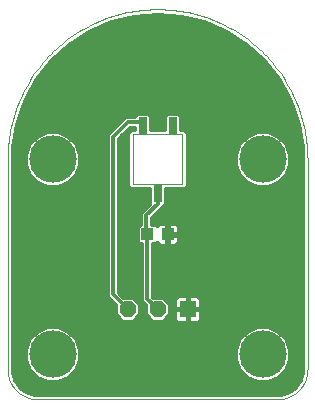
<source format=gtl>
G75*
%MOIN*%
%OFA0B0*%
%FSLAX25Y25*%
%IPPOS*%
%LPD*%
%AMOC8*
5,1,8,0,0,1.08239X$1,22.5*
%
%ADD10R,0.04331X0.03937*%
%ADD11OC8,0.05600*%
%ADD12R,0.05600X0.05600*%
%ADD13C,0.00000*%
%ADD14C,0.15811*%
%ADD15R,0.02756X0.05906*%
%ADD16C,0.01200*%
%ADD17C,0.01600*%
D10*
X0053454Y0079006D03*
X0060146Y0079006D03*
D11*
X0056800Y0054006D03*
X0046800Y0054006D03*
D12*
X0066800Y0054006D03*
D13*
X0096800Y0024006D02*
X0016800Y0024006D01*
X0016558Y0024009D01*
X0016317Y0024018D01*
X0016076Y0024032D01*
X0015835Y0024053D01*
X0015595Y0024079D01*
X0015355Y0024111D01*
X0015116Y0024149D01*
X0014879Y0024192D01*
X0014642Y0024242D01*
X0014407Y0024297D01*
X0014173Y0024357D01*
X0013941Y0024424D01*
X0013710Y0024495D01*
X0013481Y0024573D01*
X0013254Y0024656D01*
X0013029Y0024744D01*
X0012806Y0024838D01*
X0012586Y0024937D01*
X0012368Y0025042D01*
X0012153Y0025151D01*
X0011940Y0025266D01*
X0011730Y0025386D01*
X0011524Y0025511D01*
X0011320Y0025641D01*
X0011119Y0025776D01*
X0010922Y0025916D01*
X0010728Y0026060D01*
X0010538Y0026209D01*
X0010352Y0026363D01*
X0010169Y0026521D01*
X0009990Y0026683D01*
X0009815Y0026850D01*
X0009644Y0027021D01*
X0009477Y0027196D01*
X0009315Y0027375D01*
X0009157Y0027558D01*
X0009003Y0027744D01*
X0008854Y0027934D01*
X0008710Y0028128D01*
X0008570Y0028325D01*
X0008435Y0028526D01*
X0008305Y0028730D01*
X0008180Y0028936D01*
X0008060Y0029146D01*
X0007945Y0029359D01*
X0007836Y0029574D01*
X0007731Y0029792D01*
X0007632Y0030012D01*
X0007538Y0030235D01*
X0007450Y0030460D01*
X0007367Y0030687D01*
X0007289Y0030916D01*
X0007218Y0031147D01*
X0007151Y0031379D01*
X0007091Y0031613D01*
X0007036Y0031848D01*
X0006986Y0032085D01*
X0006943Y0032322D01*
X0006905Y0032561D01*
X0006873Y0032801D01*
X0006847Y0033041D01*
X0006826Y0033282D01*
X0006812Y0033523D01*
X0006803Y0033764D01*
X0006800Y0034006D01*
X0006800Y0104006D01*
X0048532Y0095738D02*
X0048532Y0112274D01*
X0065068Y0112274D01*
X0065068Y0095738D01*
X0048532Y0095738D01*
X0006800Y0104006D02*
X0006815Y0105224D01*
X0006859Y0106440D01*
X0006933Y0107656D01*
X0007037Y0108869D01*
X0007170Y0110079D01*
X0007333Y0111286D01*
X0007525Y0112488D01*
X0007746Y0113686D01*
X0007996Y0114878D01*
X0008275Y0116063D01*
X0008583Y0117241D01*
X0008920Y0118411D01*
X0009285Y0119573D01*
X0009678Y0120725D01*
X0010099Y0121868D01*
X0010548Y0122999D01*
X0011024Y0124120D01*
X0011528Y0125229D01*
X0012058Y0126325D01*
X0012615Y0127408D01*
X0013198Y0128477D01*
X0013806Y0129531D01*
X0014441Y0130571D01*
X0015100Y0131594D01*
X0015784Y0132602D01*
X0016493Y0133592D01*
X0017225Y0134565D01*
X0017981Y0135519D01*
X0018760Y0136455D01*
X0019561Y0137372D01*
X0020385Y0138269D01*
X0021230Y0139145D01*
X0022096Y0140001D01*
X0022983Y0140836D01*
X0023890Y0141648D01*
X0024816Y0142438D01*
X0025762Y0143206D01*
X0026725Y0143950D01*
X0027707Y0144670D01*
X0028706Y0145367D01*
X0029721Y0146039D01*
X0030753Y0146686D01*
X0031800Y0147307D01*
X0032862Y0147903D01*
X0033938Y0148473D01*
X0035027Y0149017D01*
X0036130Y0149533D01*
X0037245Y0150023D01*
X0038371Y0150486D01*
X0039508Y0150921D01*
X0040656Y0151328D01*
X0041813Y0151707D01*
X0042979Y0152058D01*
X0044153Y0152380D01*
X0045335Y0152674D01*
X0046524Y0152939D01*
X0047718Y0153174D01*
X0048918Y0153381D01*
X0050123Y0153558D01*
X0051331Y0153706D01*
X0052543Y0153824D01*
X0053758Y0153913D01*
X0054974Y0153973D01*
X0056191Y0154002D01*
X0057409Y0154002D01*
X0058626Y0153973D01*
X0059842Y0153913D01*
X0061057Y0153824D01*
X0062269Y0153706D01*
X0063477Y0153558D01*
X0064682Y0153381D01*
X0065882Y0153174D01*
X0067076Y0152939D01*
X0068265Y0152674D01*
X0069447Y0152380D01*
X0070621Y0152058D01*
X0071787Y0151707D01*
X0072944Y0151328D01*
X0074092Y0150921D01*
X0075229Y0150486D01*
X0076355Y0150023D01*
X0077470Y0149533D01*
X0078573Y0149017D01*
X0079662Y0148473D01*
X0080738Y0147903D01*
X0081800Y0147307D01*
X0082847Y0146686D01*
X0083879Y0146039D01*
X0084894Y0145367D01*
X0085893Y0144670D01*
X0086875Y0143950D01*
X0087838Y0143206D01*
X0088784Y0142438D01*
X0089710Y0141648D01*
X0090617Y0140836D01*
X0091504Y0140001D01*
X0092370Y0139145D01*
X0093215Y0138269D01*
X0094039Y0137372D01*
X0094840Y0136455D01*
X0095619Y0135519D01*
X0096375Y0134565D01*
X0097107Y0133592D01*
X0097816Y0132602D01*
X0098500Y0131594D01*
X0099159Y0130571D01*
X0099794Y0129531D01*
X0100402Y0128477D01*
X0100985Y0127408D01*
X0101542Y0126325D01*
X0102072Y0125229D01*
X0102576Y0124120D01*
X0103052Y0122999D01*
X0103501Y0121868D01*
X0103922Y0120725D01*
X0104315Y0119573D01*
X0104680Y0118411D01*
X0105017Y0117241D01*
X0105325Y0116063D01*
X0105604Y0114878D01*
X0105854Y0113686D01*
X0106075Y0112488D01*
X0106267Y0111286D01*
X0106430Y0110079D01*
X0106563Y0108869D01*
X0106667Y0107656D01*
X0106741Y0106440D01*
X0106785Y0105224D01*
X0106800Y0104006D01*
X0106800Y0034006D01*
X0106797Y0033764D01*
X0106788Y0033523D01*
X0106774Y0033282D01*
X0106753Y0033041D01*
X0106727Y0032801D01*
X0106695Y0032561D01*
X0106657Y0032322D01*
X0106614Y0032085D01*
X0106564Y0031848D01*
X0106509Y0031613D01*
X0106449Y0031379D01*
X0106382Y0031147D01*
X0106311Y0030916D01*
X0106233Y0030687D01*
X0106150Y0030460D01*
X0106062Y0030235D01*
X0105968Y0030012D01*
X0105869Y0029792D01*
X0105764Y0029574D01*
X0105655Y0029359D01*
X0105540Y0029146D01*
X0105420Y0028936D01*
X0105295Y0028730D01*
X0105165Y0028526D01*
X0105030Y0028325D01*
X0104890Y0028128D01*
X0104746Y0027934D01*
X0104597Y0027744D01*
X0104443Y0027558D01*
X0104285Y0027375D01*
X0104123Y0027196D01*
X0103956Y0027021D01*
X0103785Y0026850D01*
X0103610Y0026683D01*
X0103431Y0026521D01*
X0103248Y0026363D01*
X0103062Y0026209D01*
X0102872Y0026060D01*
X0102678Y0025916D01*
X0102481Y0025776D01*
X0102280Y0025641D01*
X0102076Y0025511D01*
X0101870Y0025386D01*
X0101660Y0025266D01*
X0101447Y0025151D01*
X0101232Y0025042D01*
X0101014Y0024937D01*
X0100794Y0024838D01*
X0100571Y0024744D01*
X0100346Y0024656D01*
X0100119Y0024573D01*
X0099890Y0024495D01*
X0099659Y0024424D01*
X0099427Y0024357D01*
X0099193Y0024297D01*
X0098958Y0024242D01*
X0098721Y0024192D01*
X0098484Y0024149D01*
X0098245Y0024111D01*
X0098005Y0024079D01*
X0097765Y0024053D01*
X0097524Y0024032D01*
X0097283Y0024018D01*
X0097042Y0024009D01*
X0096800Y0024006D01*
D14*
X0091800Y0039006D03*
X0091800Y0104006D03*
X0021800Y0104006D03*
X0021800Y0039006D03*
D15*
X0056800Y0092785D03*
X0051800Y0115226D03*
X0061800Y0115226D03*
D16*
X0051800Y0115226D02*
X0051800Y0116506D01*
X0046800Y0116506D01*
X0041800Y0111506D01*
X0041800Y0059006D01*
X0046800Y0054006D01*
X0053454Y0057352D02*
X0053454Y0079006D01*
X0053050Y0080256D01*
X0053050Y0085256D01*
X0056800Y0089006D01*
X0056800Y0092785D01*
X0053454Y0057352D02*
X0056800Y0054006D01*
D17*
X0059914Y0051181D02*
X0062200Y0051181D01*
X0062200Y0050969D02*
X0062323Y0050511D01*
X0062560Y0050101D01*
X0062895Y0049766D01*
X0063305Y0049529D01*
X0063763Y0049406D01*
X0066800Y0049406D01*
X0069837Y0049406D01*
X0070295Y0049529D01*
X0070705Y0049766D01*
X0071040Y0050101D01*
X0071277Y0050511D01*
X0071400Y0050969D01*
X0071400Y0054006D01*
X0071400Y0057043D01*
X0071277Y0057501D01*
X0071040Y0057911D01*
X0070705Y0058246D01*
X0070295Y0058483D01*
X0069837Y0058606D01*
X0066800Y0058606D01*
X0066800Y0054006D01*
X0066800Y0054006D01*
X0066800Y0058606D01*
X0063763Y0058606D01*
X0063305Y0058483D01*
X0062895Y0058246D01*
X0062560Y0057911D01*
X0062323Y0057501D01*
X0062200Y0057043D01*
X0062200Y0054006D01*
X0066800Y0054006D01*
X0071400Y0054006D01*
X0066800Y0054006D01*
X0066800Y0054006D01*
X0066800Y0054006D01*
X0062200Y0054006D01*
X0062200Y0050969D01*
X0063213Y0049582D02*
X0008600Y0049582D01*
X0008600Y0047984D02*
X0019158Y0047984D01*
X0019949Y0048311D02*
X0016529Y0046895D01*
X0013911Y0044277D01*
X0012494Y0040857D01*
X0012494Y0037155D01*
X0013911Y0033735D01*
X0016529Y0031117D01*
X0019949Y0029700D01*
X0023651Y0029700D01*
X0027071Y0031117D01*
X0029689Y0033735D01*
X0031105Y0037155D01*
X0031105Y0040857D01*
X0029689Y0044277D01*
X0027071Y0046895D01*
X0023651Y0048311D01*
X0019949Y0048311D01*
X0016019Y0046385D02*
X0008600Y0046385D01*
X0008600Y0044787D02*
X0014421Y0044787D01*
X0013460Y0043188D02*
X0008600Y0043188D01*
X0008600Y0041590D02*
X0012798Y0041590D01*
X0012494Y0039991D02*
X0008600Y0039991D01*
X0008600Y0038393D02*
X0012494Y0038393D01*
X0012644Y0036794D02*
X0008600Y0036794D01*
X0008600Y0035195D02*
X0013306Y0035195D01*
X0014049Y0033597D02*
X0008632Y0033597D01*
X0008600Y0034006D02*
X0008701Y0032723D01*
X0009494Y0030283D01*
X0011002Y0028208D01*
X0013077Y0026700D01*
X0015517Y0025907D01*
X0016800Y0025806D01*
X0096800Y0025806D01*
X0098083Y0025907D01*
X0100523Y0026700D01*
X0102598Y0028208D01*
X0104106Y0030283D01*
X0104899Y0032723D01*
X0105000Y0034006D01*
X0105000Y0104006D01*
X0104835Y0107986D01*
X0103525Y0115838D01*
X0100940Y0123368D01*
X0097151Y0130369D01*
X0092262Y0136651D01*
X0086405Y0142042D01*
X0079741Y0146397D01*
X0072451Y0149594D01*
X0064733Y0151549D01*
X0056800Y0152206D01*
X0048867Y0151549D01*
X0041149Y0149594D01*
X0033859Y0146397D01*
X0027195Y0142042D01*
X0021338Y0136651D01*
X0016449Y0130369D01*
X0012660Y0123368D01*
X0010075Y0115838D01*
X0008765Y0107986D01*
X0008600Y0104006D01*
X0008600Y0034006D01*
X0008936Y0031998D02*
X0015647Y0031998D01*
X0018260Y0030400D02*
X0009456Y0030400D01*
X0010570Y0028801D02*
X0103030Y0028801D01*
X0104144Y0030400D02*
X0095340Y0030400D01*
X0093651Y0029700D02*
X0097071Y0031117D01*
X0099689Y0033735D01*
X0101105Y0037155D01*
X0101105Y0040857D01*
X0099689Y0044277D01*
X0097071Y0046895D01*
X0093651Y0048311D01*
X0089949Y0048311D01*
X0086529Y0046895D01*
X0083911Y0044277D01*
X0082494Y0040857D01*
X0082494Y0037155D01*
X0083911Y0033735D01*
X0086529Y0031117D01*
X0089949Y0029700D01*
X0093651Y0029700D01*
X0097953Y0031998D02*
X0104664Y0031998D01*
X0104968Y0033597D02*
X0099551Y0033597D01*
X0100294Y0035195D02*
X0105000Y0035195D01*
X0105000Y0036794D02*
X0100956Y0036794D01*
X0101105Y0038393D02*
X0105000Y0038393D01*
X0105000Y0039991D02*
X0101105Y0039991D01*
X0100802Y0041590D02*
X0105000Y0041590D01*
X0105000Y0043188D02*
X0100140Y0043188D01*
X0099179Y0044787D02*
X0105000Y0044787D01*
X0105000Y0046385D02*
X0097581Y0046385D01*
X0094442Y0047984D02*
X0105000Y0047984D01*
X0105000Y0049582D02*
X0070387Y0049582D01*
X0071400Y0051181D02*
X0105000Y0051181D01*
X0105000Y0052779D02*
X0071400Y0052779D01*
X0071400Y0054378D02*
X0105000Y0054378D01*
X0105000Y0055976D02*
X0071400Y0055976D01*
X0071235Y0057575D02*
X0105000Y0057575D01*
X0105000Y0059173D02*
X0055454Y0059173D01*
X0055454Y0058206D02*
X0055454Y0075637D01*
X0056199Y0075637D01*
X0056523Y0075962D01*
X0056541Y0075932D01*
X0056876Y0075597D01*
X0057286Y0075360D01*
X0057744Y0075237D01*
X0059962Y0075237D01*
X0059962Y0078822D01*
X0060331Y0078822D01*
X0060331Y0079190D01*
X0064112Y0079190D01*
X0064112Y0081211D01*
X0063989Y0081669D01*
X0063752Y0082080D01*
X0063417Y0082415D01*
X0063007Y0082652D01*
X0062549Y0082774D01*
X0060331Y0082774D01*
X0060331Y0079190D01*
X0059962Y0079190D01*
X0059962Y0082774D01*
X0057744Y0082774D01*
X0057286Y0082652D01*
X0056876Y0082415D01*
X0056541Y0082080D01*
X0056523Y0082050D01*
X0056199Y0082374D01*
X0055050Y0082374D01*
X0055050Y0084427D01*
X0057628Y0087006D01*
X0057628Y0087006D01*
X0058800Y0088177D01*
X0058800Y0088475D01*
X0059578Y0089253D01*
X0059578Y0093938D01*
X0065813Y0093938D01*
X0066868Y0094993D01*
X0066868Y0113019D01*
X0065813Y0114074D01*
X0064578Y0114074D01*
X0064578Y0118759D01*
X0063758Y0119579D01*
X0059842Y0119579D01*
X0059022Y0118759D01*
X0059022Y0114074D01*
X0054578Y0114074D01*
X0054578Y0118759D01*
X0053758Y0119579D01*
X0049842Y0119579D01*
X0049022Y0118759D01*
X0049022Y0118506D01*
X0045972Y0118506D01*
X0040972Y0113506D01*
X0039800Y0112334D01*
X0039800Y0058177D01*
X0042600Y0055377D01*
X0042600Y0052266D01*
X0045060Y0049806D01*
X0048540Y0049806D01*
X0051000Y0052266D01*
X0051000Y0055746D01*
X0048540Y0058206D01*
X0045428Y0058206D01*
X0043800Y0059834D01*
X0043800Y0110677D01*
X0047628Y0114506D01*
X0049022Y0114506D01*
X0049022Y0114074D01*
X0047787Y0114074D01*
X0046732Y0113019D01*
X0046732Y0094993D01*
X0047787Y0093938D01*
X0054022Y0093938D01*
X0054022Y0089253D01*
X0054120Y0089155D01*
X0052222Y0087256D01*
X0052222Y0087256D01*
X0051050Y0086084D01*
X0051050Y0082374D01*
X0050708Y0082374D01*
X0049888Y0081554D01*
X0049888Y0076457D01*
X0050708Y0075637D01*
X0051454Y0075637D01*
X0051454Y0056524D01*
X0052600Y0055377D01*
X0052600Y0052266D01*
X0055060Y0049806D01*
X0058540Y0049806D01*
X0061000Y0052266D01*
X0061000Y0055746D01*
X0058540Y0058206D01*
X0055454Y0058206D01*
X0055454Y0060772D02*
X0105000Y0060772D01*
X0105000Y0062370D02*
X0055454Y0062370D01*
X0055454Y0063969D02*
X0105000Y0063969D01*
X0105000Y0065567D02*
X0055454Y0065567D01*
X0055454Y0067166D02*
X0105000Y0067166D01*
X0105000Y0068764D02*
X0055454Y0068764D01*
X0055454Y0070363D02*
X0105000Y0070363D01*
X0105000Y0071961D02*
X0055454Y0071961D01*
X0055454Y0073560D02*
X0105000Y0073560D01*
X0105000Y0075158D02*
X0055454Y0075158D01*
X0051454Y0075158D02*
X0043800Y0075158D01*
X0043800Y0073560D02*
X0051454Y0073560D01*
X0051454Y0071961D02*
X0043800Y0071961D01*
X0043800Y0070363D02*
X0051454Y0070363D01*
X0051454Y0068764D02*
X0043800Y0068764D01*
X0043800Y0067166D02*
X0051454Y0067166D01*
X0051454Y0065567D02*
X0043800Y0065567D01*
X0043800Y0063969D02*
X0051454Y0063969D01*
X0051454Y0062370D02*
X0043800Y0062370D01*
X0043800Y0060772D02*
X0051454Y0060772D01*
X0051454Y0059173D02*
X0044461Y0059173D01*
X0042001Y0055976D02*
X0008600Y0055976D01*
X0008600Y0054378D02*
X0042600Y0054378D01*
X0042600Y0052779D02*
X0008600Y0052779D01*
X0008600Y0051181D02*
X0043686Y0051181D01*
X0040403Y0057575D02*
X0008600Y0057575D01*
X0008600Y0059173D02*
X0039800Y0059173D01*
X0039800Y0060772D02*
X0008600Y0060772D01*
X0008600Y0062370D02*
X0039800Y0062370D01*
X0039800Y0063969D02*
X0008600Y0063969D01*
X0008600Y0065567D02*
X0039800Y0065567D01*
X0039800Y0067166D02*
X0008600Y0067166D01*
X0008600Y0068764D02*
X0039800Y0068764D01*
X0039800Y0070363D02*
X0008600Y0070363D01*
X0008600Y0071961D02*
X0039800Y0071961D01*
X0039800Y0073560D02*
X0008600Y0073560D01*
X0008600Y0075158D02*
X0039800Y0075158D01*
X0039800Y0076757D02*
X0008600Y0076757D01*
X0008600Y0078355D02*
X0039800Y0078355D01*
X0039800Y0079954D02*
X0008600Y0079954D01*
X0008600Y0081552D02*
X0039800Y0081552D01*
X0039800Y0083151D02*
X0008600Y0083151D01*
X0008600Y0084749D02*
X0039800Y0084749D01*
X0039800Y0086348D02*
X0008600Y0086348D01*
X0008600Y0087946D02*
X0039800Y0087946D01*
X0039800Y0089545D02*
X0008600Y0089545D01*
X0008600Y0091143D02*
X0039800Y0091143D01*
X0039800Y0092742D02*
X0008600Y0092742D01*
X0008600Y0094340D02*
X0039800Y0094340D01*
X0039800Y0095939D02*
X0026641Y0095939D01*
X0027071Y0096117D02*
X0029689Y0098735D01*
X0031105Y0102155D01*
X0031105Y0105857D01*
X0029689Y0109277D01*
X0027071Y0111895D01*
X0023651Y0113311D01*
X0019949Y0113311D01*
X0016529Y0111895D01*
X0013911Y0109277D01*
X0012494Y0105857D01*
X0012494Y0102155D01*
X0013911Y0098735D01*
X0016529Y0096117D01*
X0019949Y0094700D01*
X0023651Y0094700D01*
X0027071Y0096117D01*
X0028491Y0097537D02*
X0039800Y0097537D01*
X0039800Y0099136D02*
X0029855Y0099136D01*
X0030517Y0100734D02*
X0039800Y0100734D01*
X0039800Y0102333D02*
X0031105Y0102333D01*
X0031105Y0103931D02*
X0039800Y0103931D01*
X0039800Y0105530D02*
X0031105Y0105530D01*
X0030579Y0107128D02*
X0039800Y0107128D01*
X0039800Y0108727D02*
X0029917Y0108727D01*
X0028640Y0110326D02*
X0039800Y0110326D01*
X0039800Y0111924D02*
X0027000Y0111924D01*
X0016600Y0111924D02*
X0009422Y0111924D01*
X0009688Y0113523D02*
X0040988Y0113523D01*
X0042587Y0115121D02*
X0009955Y0115121D01*
X0010377Y0116720D02*
X0044185Y0116720D01*
X0045784Y0118318D02*
X0010926Y0118318D01*
X0011475Y0119917D02*
X0102125Y0119917D01*
X0101576Y0121515D02*
X0012024Y0121515D01*
X0012573Y0123114D02*
X0101027Y0123114D01*
X0100213Y0124712D02*
X0013387Y0124712D01*
X0014252Y0126311D02*
X0099348Y0126311D01*
X0098483Y0127909D02*
X0015117Y0127909D01*
X0015983Y0129508D02*
X0097617Y0129508D01*
X0096578Y0131106D02*
X0017022Y0131106D01*
X0018267Y0132705D02*
X0095333Y0132705D01*
X0094089Y0134303D02*
X0019511Y0134303D01*
X0020755Y0135902D02*
X0092845Y0135902D01*
X0091339Y0137500D02*
X0022261Y0137500D01*
X0023997Y0139099D02*
X0089603Y0139099D01*
X0087866Y0140697D02*
X0025734Y0140697D01*
X0027583Y0142296D02*
X0086017Y0142296D01*
X0083571Y0143894D02*
X0030029Y0143894D01*
X0032476Y0145493D02*
X0081124Y0145493D01*
X0078157Y0147091D02*
X0035443Y0147091D01*
X0039087Y0148690D02*
X0074513Y0148690D01*
X0069710Y0150288D02*
X0043890Y0150288D01*
X0052949Y0151887D02*
X0060651Y0151887D01*
X0059022Y0118318D02*
X0054578Y0118318D01*
X0054578Y0116720D02*
X0059022Y0116720D01*
X0059022Y0115121D02*
X0054578Y0115121D01*
X0047236Y0113523D02*
X0046645Y0113523D01*
X0046732Y0111924D02*
X0045047Y0111924D01*
X0043800Y0110326D02*
X0046732Y0110326D01*
X0046732Y0108727D02*
X0043800Y0108727D01*
X0043800Y0107128D02*
X0046732Y0107128D01*
X0046732Y0105530D02*
X0043800Y0105530D01*
X0043800Y0103931D02*
X0046732Y0103931D01*
X0046732Y0102333D02*
X0043800Y0102333D01*
X0043800Y0100734D02*
X0046732Y0100734D01*
X0046732Y0099136D02*
X0043800Y0099136D01*
X0043800Y0097537D02*
X0046732Y0097537D01*
X0046732Y0095939D02*
X0043800Y0095939D01*
X0043800Y0094340D02*
X0047384Y0094340D01*
X0043800Y0092742D02*
X0054022Y0092742D01*
X0054022Y0091143D02*
X0043800Y0091143D01*
X0043800Y0089545D02*
X0054022Y0089545D01*
X0052912Y0087946D02*
X0043800Y0087946D01*
X0043800Y0086348D02*
X0051314Y0086348D01*
X0051050Y0084749D02*
X0043800Y0084749D01*
X0043800Y0083151D02*
X0051050Y0083151D01*
X0049888Y0081552D02*
X0043800Y0081552D01*
X0043800Y0079954D02*
X0049888Y0079954D01*
X0049888Y0078355D02*
X0043800Y0078355D01*
X0043800Y0076757D02*
X0049888Y0076757D01*
X0055050Y0083151D02*
X0105000Y0083151D01*
X0105000Y0084749D02*
X0055372Y0084749D01*
X0056970Y0086348D02*
X0105000Y0086348D01*
X0105000Y0087946D02*
X0058569Y0087946D01*
X0059578Y0089545D02*
X0105000Y0089545D01*
X0105000Y0091143D02*
X0059578Y0091143D01*
X0059578Y0092742D02*
X0105000Y0092742D01*
X0105000Y0094340D02*
X0066216Y0094340D01*
X0066868Y0095939D02*
X0086959Y0095939D01*
X0086529Y0096117D02*
X0089949Y0094700D01*
X0093651Y0094700D01*
X0097071Y0096117D01*
X0099689Y0098735D01*
X0101105Y0102155D01*
X0101105Y0105857D01*
X0099689Y0109277D01*
X0097071Y0111895D01*
X0093651Y0113311D01*
X0089949Y0113311D01*
X0086529Y0111895D01*
X0083911Y0109277D01*
X0082494Y0105857D01*
X0082494Y0102155D01*
X0083911Y0098735D01*
X0086529Y0096117D01*
X0085109Y0097537D02*
X0066868Y0097537D01*
X0066868Y0099136D02*
X0083745Y0099136D01*
X0083083Y0100734D02*
X0066868Y0100734D01*
X0066868Y0102333D02*
X0082494Y0102333D01*
X0082494Y0103931D02*
X0066868Y0103931D01*
X0066868Y0105530D02*
X0082494Y0105530D01*
X0083021Y0107128D02*
X0066868Y0107128D01*
X0066868Y0108727D02*
X0083683Y0108727D01*
X0084960Y0110326D02*
X0066868Y0110326D01*
X0066868Y0111924D02*
X0086600Y0111924D01*
X0097000Y0111924D02*
X0104178Y0111924D01*
X0103912Y0113523D02*
X0066364Y0113523D01*
X0064578Y0115121D02*
X0103645Y0115121D01*
X0103223Y0116720D02*
X0064578Y0116720D01*
X0064578Y0118318D02*
X0102674Y0118318D01*
X0104445Y0110326D02*
X0098640Y0110326D01*
X0099917Y0108727D02*
X0104712Y0108727D01*
X0104871Y0107128D02*
X0100579Y0107128D01*
X0101105Y0105530D02*
X0104937Y0105530D01*
X0105000Y0103931D02*
X0101105Y0103931D01*
X0101105Y0102333D02*
X0105000Y0102333D01*
X0105000Y0100734D02*
X0100517Y0100734D01*
X0099855Y0099136D02*
X0105000Y0099136D01*
X0105000Y0097537D02*
X0098491Y0097537D01*
X0096641Y0095939D02*
X0105000Y0095939D01*
X0105000Y0081552D02*
X0064020Y0081552D01*
X0064112Y0079954D02*
X0105000Y0079954D01*
X0105000Y0078355D02*
X0064112Y0078355D01*
X0064112Y0078822D02*
X0064112Y0076800D01*
X0063989Y0076343D01*
X0063752Y0075932D01*
X0063417Y0075597D01*
X0063007Y0075360D01*
X0062549Y0075237D01*
X0060331Y0075237D01*
X0060331Y0078822D01*
X0064112Y0078822D01*
X0064100Y0076757D02*
X0105000Y0076757D01*
X0089158Y0047984D02*
X0024442Y0047984D01*
X0027581Y0046385D02*
X0086019Y0046385D01*
X0084421Y0044787D02*
X0029179Y0044787D01*
X0030140Y0043188D02*
X0083460Y0043188D01*
X0082798Y0041590D02*
X0030802Y0041590D01*
X0031105Y0039991D02*
X0082494Y0039991D01*
X0082494Y0038393D02*
X0031105Y0038393D01*
X0030956Y0036794D02*
X0082644Y0036794D01*
X0083306Y0035195D02*
X0030294Y0035195D01*
X0029551Y0033597D02*
X0084049Y0033597D01*
X0085647Y0031998D02*
X0027953Y0031998D01*
X0025340Y0030400D02*
X0088260Y0030400D01*
X0101215Y0027203D02*
X0012385Y0027203D01*
X0049914Y0051181D02*
X0053686Y0051181D01*
X0052600Y0052779D02*
X0051000Y0052779D01*
X0051000Y0054378D02*
X0052600Y0054378D01*
X0052001Y0055976D02*
X0050769Y0055976D01*
X0051454Y0057575D02*
X0049171Y0057575D01*
X0059171Y0057575D02*
X0062365Y0057575D01*
X0062200Y0055976D02*
X0060769Y0055976D01*
X0061000Y0054378D02*
X0062200Y0054378D01*
X0062200Y0052779D02*
X0061000Y0052779D01*
X0066800Y0052779D02*
X0066800Y0052779D01*
X0066800Y0054006D02*
X0066800Y0049406D01*
X0066800Y0054006D01*
X0066800Y0054006D01*
X0066800Y0054378D02*
X0066800Y0054378D01*
X0066800Y0055976D02*
X0066800Y0055976D01*
X0066800Y0057575D02*
X0066800Y0057575D01*
X0066800Y0051181D02*
X0066800Y0051181D01*
X0066800Y0049582D02*
X0066800Y0049582D01*
X0060331Y0076757D02*
X0059962Y0076757D01*
X0059962Y0078355D02*
X0060331Y0078355D01*
X0060331Y0079954D02*
X0059962Y0079954D01*
X0059962Y0081552D02*
X0060331Y0081552D01*
X0016959Y0095939D02*
X0008600Y0095939D01*
X0008600Y0097537D02*
X0015109Y0097537D01*
X0013745Y0099136D02*
X0008600Y0099136D01*
X0008600Y0100734D02*
X0013083Y0100734D01*
X0012494Y0102333D02*
X0008600Y0102333D01*
X0008600Y0103931D02*
X0012494Y0103931D01*
X0012494Y0105530D02*
X0008663Y0105530D01*
X0008729Y0107128D02*
X0013021Y0107128D01*
X0013683Y0108727D02*
X0008888Y0108727D01*
X0009155Y0110326D02*
X0014960Y0110326D01*
M02*

</source>
